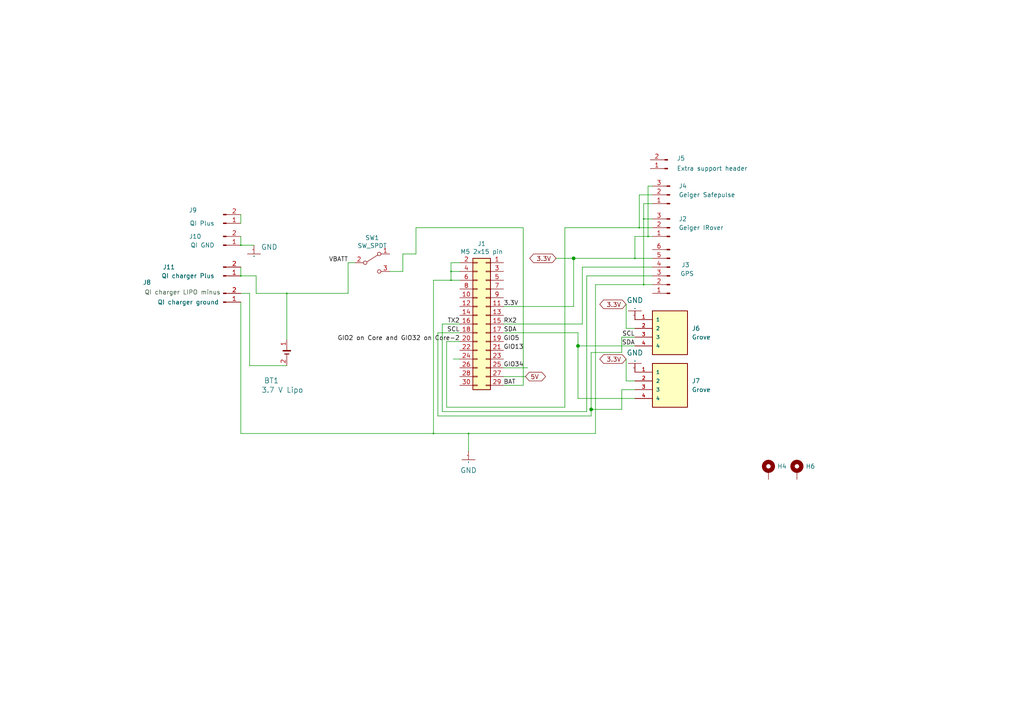
<source format=kicad_sch>
(kicad_sch (version 20230620) (generator eeschema)
  (paper "A4")
  (title_block (title "bGeigieZen V2.1.2") (date "2023-05-29") (rev "V3.0.0") (company "GitHub link at https://github.com/Safecast/bGeigieZen"))
  (lib_symbols
    (symbol "110990030:110990030" (pin_names (offset 1.016))
      (property "Reference" "J" (at -5.08 5.842 0))
      (property "Value" "110990030" (at -5.08 -8.382 0))
      (symbol "110990030_0_0"
        (rectangle (start -5.08 -7.62) (end 5.08 5.08) (stroke (width 0.254)) (fill (type background)))
        (pin passive line (at -10.16 2.54 0) (length 5.08) (name "1") (number "1"))
        (pin passive line (at -10.16 0 0) (length 5.08) (name "2") (number "2"))
        (pin passive line (at -10.16 -2.54 0) (length 5.08) (name "3") (number "3"))
        (pin passive line (at -10.16 -5.08 0) (length 5.08) (name "4") (number "4"))
      )
    )
    (symbol "Connector:Conn_01x02_Male" (pin_names hide)
      (property "Reference" "J" (at 0 2.54 0))
      (property "Value" "Conn_01x02_Male" (at 0 -5.08 0))
      (symbol "Conn_01x02_Male_1_1"
        (polyline (pts (xy 1.27 -2.54) (xy 0.8636 -2.54)))
        (polyline (pts (xy 1.27 0) (xy 0.8636 0)))
        (rectangle (start 0.8636 -2.413) (end 0 -2.667) (fill (type outline)))
        (rectangle (start 0.8636 0.127) (end 0 -0.127) (fill (type outline)))
        (pin passive line (at 5.08 0 180) (length 3.81) (name "Pin_1") (number "1"))
        (pin passive line (at 5.08 -2.54 180) (length 3.81) (name "Pin_2") (number "2"))
      )
    )
    (symbol "Connector:Conn_01x02_Male_1" (pin_names (offset 1.016) hide)
      (property "Reference" "J" (at 0 2.54 0))
      (property "Value" "Conn_01x02_Male" (at 0 -5.08 0))
      (symbol "Conn_01x02_Male_1_1_1"
        (polyline (pts (xy 1.27 -2.54) (xy 0.8636 -2.54)) (stroke (width 0.1524)))
        (polyline (pts (xy 1.27 0) (xy 0.8636 0)) (stroke (width 0.1524)))
        (rectangle (start 0.8636 -2.413) (end 0 -2.667) (stroke (width 0.1524)) (fill (type outline)))
        (rectangle (start 0.8636 0.127) (end 0 -0.127) (stroke (width 0.1524)) (fill (type outline)))
        (pin passive line (at 5.08 0 180) (length 3.81) (name "Pin_1") (number "1"))
        (pin passive line (at 5.08 -2.54 180) (length 3.81) (name "Pin_2") (number "2"))
      )
    )
    (symbol "Connector:Conn_01x03_Male" (pin_names hide)
      (property "Reference" "J" (at 0 5.08 0))
      (property "Value" "Conn_01x03_Male" (at 0 -5.08 0))
      (symbol "Conn_01x03_Male_1_1"
        (polyline (pts (xy 1.27 -2.54) (xy 0.8636 -2.54)) (stroke (width 0.1524)))
        (polyline (pts (xy 1.27 0) (xy 0.8636 0)) (stroke (width 0.1524)))
        (polyline (pts (xy 1.27 2.54) (xy 0.8636 2.54)) (stroke (width 0.1524)))
        (rectangle (start 0.8636 -2.413) (end 0 -2.667) (stroke (width 0.1524)) (fill (type outline)))
        (rectangle (start 0.8636 0.127) (end 0 -0.127) (stroke (width 0.1524)) (fill (type outline)))
        (rectangle (start 0.8636 2.667) (end 0 2.413) (stroke (width 0.1524)) (fill (type outline)))
        (pin passive line (at 5.08 2.54 180) (length 3.81) (name "Pin_1") (number "1"))
        (pin passive line (at 5.08 0 180) (length 3.81) (name "Pin_2") (number "2"))
        (pin passive line (at 5.08 -2.54 180) (length 3.81) (name "Pin_3") (number "3"))
      )
    )
    (symbol "Connector:Conn_01x06_Male" (pin_names (offset 1.016) hide)
      (property "Reference" "J" (at 0 7.62 0))
      (property "Value" "Conn_01x06_Male" (at 0 -10.16 0))
      (symbol "Conn_01x06_Male_1_1"
        (polyline (pts (xy 1.27 -7.62) (xy 0.8636 -7.62)) (stroke (width 0.1524)))
        (polyline (pts (xy 1.27 -5.08) (xy 0.8636 -5.08)) (stroke (width 0.1524)))
        (polyline (pts (xy 1.27 -2.54) (xy 0.8636 -2.54)) (stroke (width 0.1524)))
        (polyline (pts (xy 1.27 0) (xy 0.8636 0)) (stroke (width 0.1524)))
        (polyline (pts (xy 1.27 2.54) (xy 0.8636 2.54)) (stroke (width 0.1524)))
        (polyline (pts (xy 1.27 5.08) (xy 0.8636 5.08)) (stroke (width 0.1524)))
        (rectangle (start 0.8636 -7.493) (end 0 -7.747) (stroke (width 0.1524)) (fill (type outline)))
        (rectangle (start 0.8636 -4.953) (end 0 -5.207) (stroke (width 0.1524)) (fill (type outline)))
        (rectangle (start 0.8636 -2.413) (end 0 -2.667) (stroke (width 0.1524)) (fill (type outline)))
        (rectangle (start 0.8636 0.127) (end 0 -0.127) (stroke (width 0.1524)) (fill (type outline)))
        (rectangle (start 0.8636 2.667) (end 0 2.413) (stroke (width 0.1524)) (fill (type outline)))
        (rectangle (start 0.8636 5.207) (end 0 4.953) (stroke (width 0.1524)) (fill (type outline)))
        (pin passive line (at 5.08 5.08 180) (length 3.81) (name "Pin_1") (number "1"))
        (pin passive line (at 5.08 2.54 180) (length 3.81) (name "Pin_2") (number "2"))
        (pin passive line (at 5.08 0 180) (length 3.81) (name "Pin_3") (number "3"))
        (pin passive line (at 5.08 -2.54 180) (length 3.81) (name "Pin_4") (number "4"))
        (pin passive line (at 5.08 -5.08 180) (length 3.81) (name "Pin_5") (number "5"))
        (pin passive line (at 5.08 -7.62 180) (length 3.81) (name "Pin_6") (number "6"))
      )
    )
    (symbol "Connector_Generic:Conn_02x15_Odd_Even" (pin_names hide)
      (property "Reference" "J" (at 1.27 20.32 0))
      (property "Value" "Conn_02x15_Odd_Even" (at 1.27 -20.32 0))
      (symbol "Conn_02x15_Odd_Even_1_1"
        (rectangle (start -1.27 -17.653) (end 0 -17.907))
        (rectangle (start -1.27 -15.113) (end 0 -15.367))
        (rectangle (start -1.27 -12.573) (end 0 -12.827))
        (rectangle (start -1.27 -10.033) (end 0 -10.287))
        (rectangle (start -1.27 -7.493) (end 0 -7.747))
        (rectangle (start -1.27 -4.953) (end 0 -5.207))
        (rectangle (start -1.27 -2.413) (end 0 -2.667))
        (rectangle (start -1.27 0.127) (end 0 -0.127))
        (rectangle (start -1.27 2.667) (end 0 2.413))
        (rectangle (start -1.27 5.207) (end 0 4.953))
        (rectangle (start -1.27 7.747) (end 0 7.493))
        (rectangle (start -1.27 10.287) (end 0 10.033))
        (rectangle (start -1.27 12.827) (end 0 12.573))
        (rectangle (start -1.27 15.367) (end 0 15.113))
        (rectangle (start -1.27 17.907) (end 0 17.653))
        (rectangle (start -1.27 19.05) (end 3.81 -19.05) (stroke (width 0.254)) (fill (type background)))
        (rectangle (start 3.81 -17.653) (end 2.54 -17.907))
        (rectangle (start 3.81 -15.113) (end 2.54 -15.367))
        (rectangle (start 3.81 -12.573) (end 2.54 -12.827))
        (rectangle (start 3.81 -10.033) (end 2.54 -10.287))
        (rectangle (start 3.81 -7.493) (end 2.54 -7.747))
        (rectangle (start 3.81 -4.953) (end 2.54 -5.207))
        (rectangle (start 3.81 -2.413) (end 2.54 -2.667))
        (rectangle (start 3.81 0.127) (end 2.54 -0.127))
        (rectangle (start 3.81 2.667) (end 2.54 2.413))
        (rectangle (start 3.81 5.207) (end 2.54 4.953))
        (rectangle (start 3.81 7.747) (end 2.54 7.493))
        (rectangle (start 3.81 10.287) (end 2.54 10.033))
        (rectangle (start 3.81 12.827) (end 2.54 12.573))
        (rectangle (start 3.81 15.367) (end 2.54 15.113))
        (rectangle (start 3.81 17.907) (end 2.54 17.653))
        (pin passive line (at -5.08 17.78 0) (length 3.81) (name "Pin_1") (number "1"))
        (pin passive line (at 7.62 7.62 180) (length 3.81) (name "Pin_10") (number "10"))
        (pin passive line (at -5.08 5.08 0) (length 3.81) (name "Pin_11") (number "11"))
        (pin passive line (at 7.62 5.08 180) (length 3.81) (name "Pin_12") (number "12"))
        (pin passive line (at -5.08 2.54 0) (length 3.81) (name "Pin_13") (number "13"))
        (pin passive line (at 7.62 2.54 180) (length 3.81) (name "Pin_14") (number "14"))
        (pin passive line (at -5.08 0 0) (length 3.81) (name "Pin_15") (number "15"))
        (pin passive line (at 7.62 0 180) (length 3.81) (name "Pin_16") (number "16"))
        (pin passive line (at -5.08 -2.54 0) (length 3.81) (name "Pin_17") (number "17"))
        (pin passive line (at 7.62 -2.54 180) (length 3.81) (name "Pin_18") (number "18"))
        (pin passive line (at -5.08 -5.08 0) (length 3.81) (name "Pin_19") (number "19"))
        (pin passive line (at 7.62 17.78 180) (length 3.81) (name "Pin_2") (number "2"))
        (pin passive line (at 7.62 -5.08 180) (length 3.81) (name "Pin_20") (number "20"))
        (pin passive line (at -5.08 -7.62 0) (length 3.81) (name "Pin_21") (number "21"))
        (pin passive line (at 7.62 -7.62 180) (length 3.81) (name "Pin_22") (number "22"))
        (pin passive line (at -5.08 -10.16 0) (length 3.81) (name "Pin_23") (number "23"))
        (pin passive line (at 7.62 -10.16 180) (length 3.81) (name "Pin_24") (number "24"))
        (pin passive line (at -5.08 -12.7 0) (length 3.81) (name "Pin_25") (number "25"))
        (pin passive line (at 7.62 -12.7 180) (length 3.81) (name "Pin_26") (number "26"))
        (pin passive line (at -5.08 -15.24 0) (length 3.81) (name "Pin_27") (number "27"))
        (pin passive line (at 7.62 -15.24 180) (length 3.81) (name "Pin_28") (number "28"))
        (pin passive line (at -5.08 -17.78 0) (length 3.81) (name "Pin_29") (number "29"))
        (pin passive line (at -5.08 15.24 0) (length 3.81) (name "Pin_3") (number "3"))
        (pin passive line (at 7.62 -17.78 180) (length 3.81) (name "Pin_30") (number "30"))
        (pin passive line (at 7.62 15.24 180) (length 3.81) (name "Pin_4") (number "4"))
        (pin passive line (at -5.08 12.7 0) (length 3.81) (name "Pin_5") (number "5"))
        (pin passive line (at 7.62 12.7 180) (length 3.81) (name "Pin_6") (number "6"))
        (pin passive line (at -5.08 10.16 0) (length 3.81) (name "Pin_7") (number "7"))
        (pin passive line (at 7.62 10.16 180) (length 3.81) (name "Pin_8") (number "8"))
        (pin passive line (at -5.08 7.62 0) (length 3.81) (name "Pin_9") (number "9"))
      )
    )
    (symbol "Mechanical:MountingHole_Pad" (pin_numbers hide) (pin_names hide)
      (property "Reference" "H" (at 0 6.35 0))
      (property "Value" "MountingHole_Pad" (at 0 4.445 0))
      (symbol "MountingHole_Pad_0_1"
        (circle (center 0 1.27) (radius 1.27) (stroke (width 1.27)))
      )
      (symbol "MountingHole_Pad_1_1"
        (pin input line (at 0 -2.54 90) (length 2.54) (name "1") (number "1"))
      )
    )
    (symbol "Switch:SW_SPDT" (pin_names (offset 0) hide)
      (property "Reference" "SW1" (at 0 7.239 0))
      (property "Value" "SW_SPDT" (at 0 4.9276 0))
      (symbol "SW_SPDT_0_0"
        (circle (center -2.032 0) (radius 0.508))
        (circle (center 2.032 -2.54) (radius 0.508))
      )
      (symbol "SW_SPDT_0_1"
        (polyline (pts (xy -1.524 0.254) (xy 1.651 2.286)))
        (circle (center 2.032 2.54) (radius 0.508))
      )
      (symbol "SW_SPDT_1_1"
        (pin passive line (at 5.08 2.54 180) (length 2.54) (name "A") (number "1"))
        (pin passive line (at -5.08 0 0) (length 2.54) (name "B") (number "2"))
        (pin passive line (at 5.08 -2.54 180) (length 2.54) (name "C") (number "3"))
      )
    )
    (symbol "bGeigieRaku-V2-rescue:BATTERY-akizuki-M5_board-rescue" (pin_names hide)
      (property "Reference" "BT" (at 0 -7.62 0))
      (property "Value" "BATTERY-akizuki-M5_board-rescue" (at 0 6.35 0))
      (symbol "BATTERY-akizuki-M5_board-rescue_0_1"
        (rectangle (start -1.143 0.635) (end 1.143 0.381) (fill (type outline)))
        (rectangle (start -0.635 -0.381) (end 0.635 -0.508))
        (polyline (pts (xy 0 -0.508) (xy 0 -1.27)))
        (polyline (pts (xy 0 1.27) (xy 0 0.635)))
      )
      (symbol "BATTERY-akizuki-M5_board-rescue_1_1"
        (pin input line (at 0 3.81 270) (length 2.54) (name "+") (number "1"))
        (pin input line (at 0 -3.81 90) (length 2.54) (name "-") (number "2"))
      )
    )
    (symbol "bGeigieRaku-V2-rescue:GND-bGeigieNano_V1.1.5" (power)
      (property "Value" "GND-bGeigieNano_V1.1.5" (at 0 -0.254 0))
      (symbol "GND-bGeigieNano_V1.1.5_1_0"
        (polyline (pts (xy -1.905 0) (xy 1.905 0)))
        (pin power_in line (at 0 2.54 270) (length 2.54) (name "GND") (number "1"))
      )
    )
  )
  (junction (at 125.73 125.73) (diameter 0.3048))
  (junction (at 186.69 82.55) (diameter 0.3048))
  (junction (at 166.37 74.93))
  (junction (at 130.81 81.28) (diameter 0.3048))
  (junction (at 83.185 85.09) (diameter 0.3048))
  (junction (at 186.69 63.5) (diameter 0.3048))
  (junction (at 185.42 66.04) (diameter 0.3048))
  (junction (at 167.64 100.33))
  (junction (at 69.85 71.12) (diameter 0.3048))
  (junction (at 184.15 74.93) (diameter 0.3048))
  (junction (at 69.85 80.01) (diameter 0.3048))
  (junction (at 187.96 68.58) (diameter 0.3048))
  (junction (at 135.89 125.73) (diameter 0.3048))
  (junction (at 171.45 118.745))
  (junction (at 130.81 78.74) (diameter 0.3048))
  (wire (pts (xy 127 96.52) (xy 133.35 96.52)))
  (wire (pts (xy 127 120.65) (xy 127 96.52)))
  (wire (pts (xy 186.69 59.055) (xy 189.23 59.055)))
  (wire (pts (xy 74.295 85.09) (xy 83.185 85.09)))
  (wire (pts (xy 186.69 82.55) (xy 172.72 82.55)))
  (wire (pts (xy 167.64 115.57) (xy 184.15 115.57)))
  (wire (pts (xy 184.15 95.25) (xy 181.61 95.25)))
  (wire (pts (xy 130.81 78.74) (xy 133.35 78.74)))
  (wire (pts (xy 69.85 87.63) (xy 69.85 125.73)))
  (wire (pts (xy 135.89 125.73) (xy 135.89 130.81)))
  (wire (pts (xy 167.64 115.57) (xy 167.64 100.33)))
  (wire (pts (xy 135.89 125.73) (xy 172.72 125.73)))
  (wire (pts (xy 146.05 109.22) (xy 152.4 109.22)))
  (wire (pts (xy 151.765 111.76) (xy 146.05 111.76)))
  (wire (pts (xy 130.81 81.28) (xy 133.35 81.28)))
  (wire (pts (xy 72.39 106.045) (xy 83.185 106.045)))
  (wire (pts (xy 72.39 85.09) (xy 72.39 106.045)))
  (wire (pts (xy 161.29 74.93) (xy 166.37 74.93)))
  (wire (pts (xy 189.23 66.04) (xy 185.42 66.04)))
  (wire (pts (xy 130.81 78.74) (xy 130.81 76.2)))
  (wire (pts (xy 100.965 76.2) (xy 102.87 76.2)))
  (wire (pts (xy 69.85 71.12) (xy 73.66 71.12)))
  (wire (pts (xy 180.34 113.03) (xy 184.15 113.03)))
  (wire (pts (xy 170.18 119.38) (xy 128.27 119.38)))
  (wire (pts (xy 168.91 93.98) (xy 146.05 93.98)))
  (wire (pts (xy 125.73 125.73) (xy 125.73 81.28)))
  (wire (pts (xy 129.54 118.11) (xy 163.83 118.11)))
  (wire (pts (xy 128.27 93.98) (xy 133.35 93.98)))
  (wire (pts (xy 116.84 73.66) (xy 116.84 78.74)))
  (wire (pts (xy 186.69 82.55) (xy 186.69 63.5)))
  (wire (pts (xy 116.84 73.66) (xy 120.65 73.66)))
  (wire (pts (xy 184.15 74.93) (xy 184.15 68.58)))
  (wire (pts (xy 125.73 125.73) (xy 135.89 125.73)))
  (wire (pts (xy 69.85 85.09) (xy 72.39 85.09)))
  (wire (pts (xy 187.96 53.975) (xy 187.96 68.58)))
  (wire (pts (xy 181.61 104.14) (xy 181.61 110.49)))
  (wire (pts (xy 133.35 104.14) (xy 131.445 104.14)))
  (wire (pts (xy 129.54 118.11) (xy 129.54 99.06)))
  (wire (pts (xy 69.85 68.58) (xy 69.85 71.12)))
  (wire (pts (xy 69.85 62.23) (xy 69.85 64.77)))
  (wire (pts (xy 163.83 66.04) (xy 185.42 66.04)))
  (wire (pts (xy 167.64 100.33) (xy 167.64 96.52)))
  (wire (pts (xy 171.45 118.745) (xy 171.45 120.65)))
  (wire (pts (xy 69.85 77.47) (xy 69.85 80.01)))
  (wire (pts (xy 130.81 81.28) (xy 130.81 78.74)))
  (wire (pts (xy 125.73 81.28) (xy 130.81 81.28)))
  (wire (pts (xy 180.34 97.79) (xy 184.15 97.79)))
  (wire (pts (xy 113.03 78.74) (xy 116.84 78.74)))
  (wire (pts (xy 170.18 80.01) (xy 170.18 119.38)))
  (wire (pts (xy 189.23 77.47) (xy 168.91 77.47)))
  (wire (pts (xy 69.85 125.73) (xy 125.73 125.73)))
  (wire (pts (xy 185.42 56.515) (xy 185.42 66.04)))
  (wire (pts (xy 189.23 56.515) (xy 185.42 56.515)))
  (wire (pts (xy 146.05 88.9) (xy 166.37 88.9)))
  (wire (pts (xy 163.83 66.04) (xy 163.83 118.11)))
  (wire (pts (xy 180.34 102.235) (xy 180.34 97.79)))
  (wire (pts (xy 172.72 82.55) (xy 172.72 125.73)))
  (wire (pts (xy 120.65 73.66) (xy 120.65 66.04)))
  (wire (pts (xy 181.61 110.49) (xy 184.15 110.49)))
  (wire (pts (xy 74.295 80.01) (xy 74.295 85.09)))
  (wire (pts (xy 151.765 66.04) (xy 151.765 111.76)))
  (wire (pts (xy 180.34 118.745) (xy 171.45 118.745)))
  (wire (pts (xy 130.81 76.2) (xy 133.35 76.2)))
  (wire (pts (xy 187.96 53.975) (xy 189.23 53.975)))
  (wire (pts (xy 189.23 82.55) (xy 186.69 82.55)))
  (wire (pts (xy 128.27 119.38) (xy 128.27 93.98)))
  (wire (pts (xy 168.91 77.47) (xy 168.91 93.98)))
  (wire (pts (xy 184.15 68.58) (xy 187.96 68.58)))
  (wire (pts (xy 187.96 68.58) (xy 189.23 68.58)))
  (wire (pts (xy 129.54 99.06) (xy 133.35 99.06)))
  (wire (pts (xy 180.34 113.03) (xy 180.34 118.745)))
  (wire (pts (xy 69.85 80.01) (xy 74.295 80.01)))
  (wire (pts (xy 83.185 85.09) (xy 100.965 85.09)))
  (wire (pts (xy 100.965 76.2) (xy 100.965 85.09)))
  (wire (pts (xy 171.45 102.235) (xy 180.34 102.235)))
  (wire (pts (xy 166.37 74.93) (xy 184.15 74.93)))
  (wire (pts (xy 186.69 63.5) (xy 186.69 59.055)))
  (wire (pts (xy 171.45 102.235) (xy 171.45 118.745)))
  (wire (pts (xy 181.61 88.265) (xy 181.61 95.25)))
  (wire (pts (xy 167.64 100.33) (xy 184.15 100.33)))
  (wire (pts (xy 166.37 74.93) (xy 166.37 88.9)))
  (wire (pts (xy 184.15 74.93) (xy 189.23 74.93)))
  (wire (pts (xy 189.23 80.01) (xy 170.18 80.01)))
  (wire (pts (xy 146.05 96.52) (xy 167.64 96.52)))
  (wire (pts (xy 146.05 106.68) (xy 153.035 106.68)))
  (wire (pts (xy 171.45 120.65) (xy 127 120.65)))
  (wire (pts (xy 186.69 63.5) (xy 189.23 63.5)))
  (wire (pts (xy 83.185 98.425) (xy 83.185 85.09)))
  (wire (pts (xy 120.65 66.04) (xy 151.765 66.04)))
  (text "QI charger LIPO minus" (at 41.91 85.725 0) (effects (font (size 1.27 1.27)) (justify left bottom)))
  (label "SDA" (at 149.86 96.52 0))
  (label "TX2" (at 133.35 93.98 0))
  (label "VBATT" (at 100.965 76.2 0))
  (label "GIO13" (at 146.05 101.6 0))
  (label "GIO34" (at 146.05 106.68 0))
  (label "GIO2 on Core and GIO32 on Core-2" (at 133.35 99.06 0))
  (label "3.3V" (at 146.05 88.9 0))
  (label "SCL" (at 184.15 97.79 0))
  (label "SCL" (at 133.35 96.52 0))
  (label "GIO5" (at 146.05 99.06 0))
  (label "BAT" (at 146.05 111.76 0))
  (label "RX2" (at 146.05 93.98 0))
  (label "SDA" (at 184.15 100.33 0))
  (global_label "3.3V" (shape bidirectional) (at 181.61 104.14 180) (property "Intersheetrefs" "${INTERSHEET_REFS}" (effects hide)))
  (global_label "3.3V" (shape bidirectional) (at 181.61 88.265 180) (property "Intersheetrefs" "${INTERSHEET_REFS}" (effects hide)))
  (global_label "3.3V" (shape bidirectional) (at 161.29 74.93 180) (property "Intersheetrefs" "${INTERSHEET_REFS}" (effects hide)))
  (global_label "5V" (shape bidirectional) (at 152.4 109.22 0) (property "Intersheetrefs" "${INTERSHEET_REFS}" (effects hide)))
  (symbol (lib_id "Connector_Generic:Conn_02x15_Odd_Even") (at 140.97 93.98 0) (mirror y) (unit 1)
    (property "Reference" "J1" (at 139.7 70.6882 0))
    (property "Value" "M5 2x15 pin" (at 139.7 72.9996 0))
    (property "Footprint" "Connector_PinHeader_2.54mm:PinHeader_2x15_P2.54mm_Vertical_SMD" (effects hide))
    (property "Datasheet" "Hirosugi Instruments: PSM-4200233-15" (effects hide))
  )
  (symbol (lib_id "bGeigieRaku-V2-rescue:BATTERY-akizuki-M5_board-rescue") (at 83.185 102.235 0) (unit 1)
    (property "Reference" "BT1" (at 76.5302 110.3884 0) (effects (font (size 1.524 1.524)) (justify left)))
    (property "Value" " 3.7 V Lipo" (at 74.6252 113.1062 0) (effects (font (size 1.524 1.524)) (justify left)))
    (property "Footprint" "Library:BATTERY_18650-HOLDER" (effects hide))
  )
  (symbol (lib_id "Connector:Conn_01x06_Male") (at 194.31 80.01 180) (unit 1)
    (property "Reference" "J3" (at 200.025 76.835 0) (effects (justify left)))
    (property "Value" "GPS" (at 201.295 79.375 0) (effects (justify left)))
    (property "Footprint" "Connector_PinSocket_2.54mm:PinSocket_1x06_P2.54mm_Vertical" (effects hide))
  )
  (symbol (lib_id "Switch:SW_SPDT") (at 107.95 76.2 0) (unit 1)
    (property "Reference" "SW1" (at 107.95 68.961 0))
    (property "Value" "SW_SPDT" (at 107.95 71.2724 0))
    (property "Footprint" "bGeigieNanoKit V1.1r5a:EG1206" (effects hide))
    (property "Datasheet" "https://www.digikey.jp/product-detail/ja/e-switch/EG1206/EG1916-ND/251333" (effects hide))
  )
  (symbol (lib_id "Connector:Conn_01x03_Male") (at 194.31 66.04 180) (unit 1)
    (property "Reference" "J2" (at 196.85 63.5 0) (effects (justify right)))
    (property "Value" "Geiger IRover" (at 196.85 66.04 0) (effects (justify right)))
    (property "Footprint" "Connector_PinHeader_2.54mm:PinHeader_1x03_P2.54mm_Vertical" (effects hide))
  )
  (symbol (lib_id "bGeigieRaku-V2-rescue:GND-bGeigieNano_V1.1.5") (at 135.89 133.35 0) (unit 1)
    (property "Reference" "#GND01" (effects hide))
    (property "Value" "GND" (at 135.89 136.4234 0) (effects (font (size 1.4986 1.4986))))
  )
  (symbol (lib_id "Connector:Conn_01x02_Male") (at 64.77 80.01 0) (mirror x) (unit 1)
    (property "Reference" "J11" (at 50.8 77.47 0) (effects (justify right)))
    (property "Value" "QI charger Plus" (at 62.23 80.01 0) (effects (justify right)))
    (property "Footprint" "bGeigieZen:PinHeader_1x02_P2.54mm_Vertical_4056" (effects hide))
  )
  (symbol (lib_id "Connector:Conn_01x02_Male") (at 64.77 71.12 0) (mirror x) (unit 1)
    (property "Reference" "J10" (at 58.42 68.58 0) (effects (justify right)))
    (property "Value" "QI GND" (at 62.23 71.12 0) (effects (justify right)))
    (property "Footprint" "Connector_PinHeader_2.54mm:PinHeader_1x02_P2.54mm_Vertical" (effects hide))
  )
  (symbol (lib_id "Connector:Conn_01x02_Male") (at 64.77 64.77 0) (mirror x) (unit 1)
    (property "Reference" "J9" (at 57.15 60.96 0) (effects (justify right)))
    (property "Value" "QI Plus" (at 62.23 64.77 0) (effects (justify right)))
    (property "Footprint" "Connector_PinHeader_2.54mm:PinHeader_1x02_P2.54mm_Vertical" (effects hide))
  )
  (symbol (lib_id "Mechanical:MountingHole_Pad") (at 222.885 136.525 0) (unit 1)
    (property "Reference" "H4" (at 225.425 135.255 0) (effects (justify left)))
    (property "Value" "MountingHole_Pad" (effects hide))
    (property "Footprint" "MountingHole:MountingHole_3.2mm_M3" (effects hide))
  )
  (symbol (lib_id "Mechanical:MountingHole_Pad") (at 231.14 136.525 0) (unit 1)
    (property "Reference" "H6" (at 233.68 135.255 0) (effects (justify left)))
    (property "Value" "MountingHole_Pad" (effects hide))
    (property "Footprint" "MountingHole:MountingHole_3.2mm_M3" (effects hide))
  )
  (symbol (lib_id "Connector:Conn_01x03_Male") (at 194.31 56.515 180) (unit 1)
    (property "Reference" "J4" (at 196.85 53.975 0) (effects (justify right)))
    (property "Value" "Geiger Safepulse" (at 196.85 56.515 0) (effects (justify right)))
    (property "Footprint" "Connector_PinHeader_2.54mm:PinHeader_1x03_P2.54mm_Vertical" (effects hide))
  )
  (symbol (lib_id "bGeigieRaku-V2-rescue:GND-bGeigieNano_V1.1.5") (at 184.15 105.41 180) (unit 1)
    (property "Reference" "#GND0103" (effects hide))
    (property "Value" "GND" (at 184.15 102.3366 0) (effects (font (size 1.4986 1.4986))))
  )
  (symbol (lib_id "bGeigieRaku-V2-rescue:GND-bGeigieNano_V1.1.5") (at 73.66 73.66 0) (unit 1)
    (property "Reference" "#GND0101" (effects hide))
    (property "Value" "GND" (at 78.105 71.6534 0) (effects (font (size 1.4986 1.4986))))
  )
  (symbol (lib_id "bGeigieRaku-V2-rescue:GND-bGeigieNano_V1.1.5") (at 184.15 90.17 180) (unit 1)
    (property "Reference" "#GND0102" (effects hide))
    (property "Value" "GND" (at 184.15 87.0966 0) (effects (font (size 1.4986 1.4986))))
  )
  (symbol (lib_id "110990030:110990030") (at 194.31 110.49 0) (unit 1)
    (property "Reference" "J7" (at 200.66 110.4899 0) (effects (justify left)))
    (property "Value" "Grove" (at 200.66 113.0299 0) (effects (justify left)))
    (property "Footprint" "Connector_JST:JST_ACH_BM04B-ACHSS-A-GAN-ETF_1x04-1MP_P1.20mm_Vertical" (effects hide))
    (property "PARTREV" "A" (effects hide))
    (property "STANDARD" "Manufacturer Recommendations" (effects hide))
    (property "MAXIMUM_PACKAGE_HEIGHT" "8.1mm" (effects hide))
    (property "MANUFACTURER" "Seeed Technology" (effects hide))
  )
  (symbol (lib_id "110990030:110990030") (at 194.31 95.25 0) (unit 1)
    (property "Reference" "J6" (at 200.66 95.2499 0) (effects (justify left)))
    (property "Value" "Grove" (at 200.66 97.7899 0) (effects (justify left)))
    (property "Footprint" "Connector_JST:JST_ACH_BM04B-ACHSS-A-GAN-ETF_1x04-1MP_P1.20mm_Vertical" (effects hide))
    (property "PARTREV" "A" (effects hide))
    (property "STANDARD" "Manufacturer Recommendations" (effects hide))
    (property "MAXIMUM_PACKAGE_HEIGHT" "8.1mm" (effects hide))
    (property "MANUFACTURER" "Seeed Technology" (effects hide))
  )
  (symbol (lib_id "Connector:Conn_01x02_Male") (at 64.77 87.63 0) (mirror x) (unit 1)
    (property "Reference" "J8" (at 43.815 81.915 0) (effects (justify right)))
    (property "Value" "QI charger ground" (at 63.5 87.63 0) (effects (justify right)))
    (property "Footprint" "Connector_PinHeader_2.54mm:PinHeader_1x02_P2.54mm_Vertical" (effects hide))
  )
  (symbol (lib_name "Connector:Conn_01x02_Male_1") (lib_id "Connector:Conn_01x02_Male") (at 193.675 48.895 180) (unit 1)
    (property "Reference" "J5" (at 196.2913 45.9168 0) (effects (justify right)))
    (property "Value" "Extra support header" (at 196.2913 48.8505 0) (effects (justify right)))
    (property "Footprint" "Connector_PinHeader_2.54mm:PinHeader_1x02_P2.54mm_Vertical" (effects hide))
  )
)
</source>
